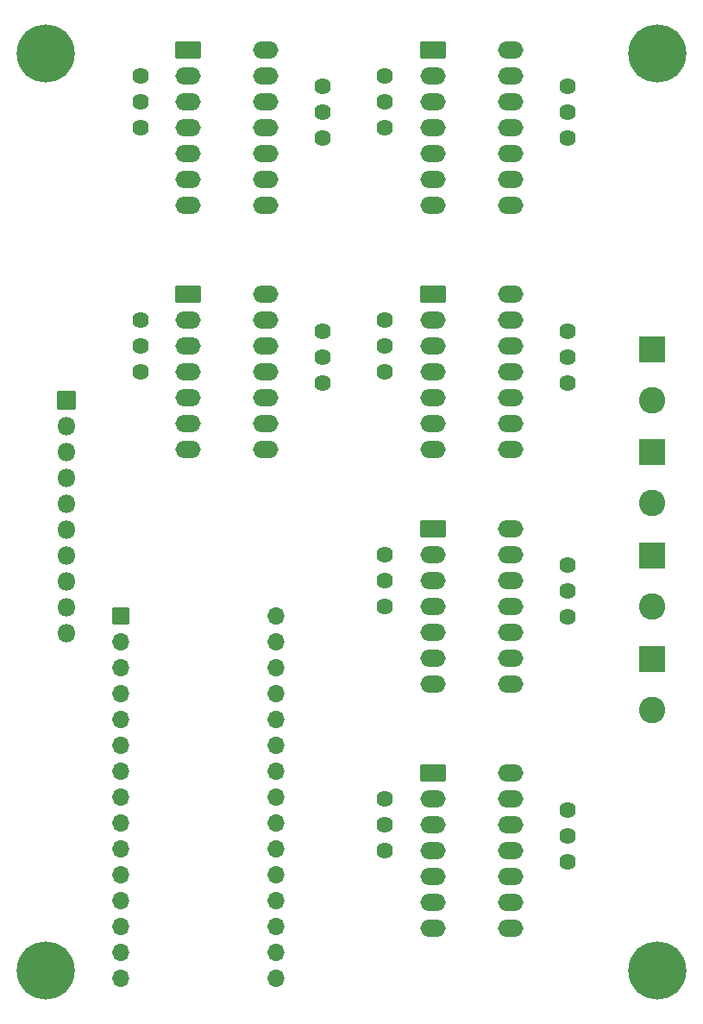
<source format=gbr>
%TF.GenerationSoftware,KiCad,Pcbnew,(6.0.4)*%
%TF.CreationDate,2023-07-24T12:45:13-04:00*%
%TF.ProjectId,BREAD_Slice,42524541-445f-4536-9c69-63652e6b6963,rev?*%
%TF.SameCoordinates,PX74eba40PY8552dc0*%
%TF.FileFunction,Soldermask,Top*%
%TF.FilePolarity,Negative*%
%FSLAX46Y46*%
G04 Gerber Fmt 4.6, Leading zero omitted, Abs format (unit mm)*
G04 Created by KiCad (PCBNEW (6.0.4)) date 2023-07-24 12:45:13*
%MOMM*%
%LPD*%
G01*
G04 APERTURE LIST*
G04 Aperture macros list*
%AMRoundRect*
0 Rectangle with rounded corners*
0 $1 Rounding radius*
0 $2 $3 $4 $5 $6 $7 $8 $9 X,Y pos of 4 corners*
0 Add a 4 corners polygon primitive as box body*
4,1,4,$2,$3,$4,$5,$6,$7,$8,$9,$2,$3,0*
0 Add four circle primitives for the rounded corners*
1,1,$1+$1,$2,$3*
1,1,$1+$1,$4,$5*
1,1,$1+$1,$6,$7*
1,1,$1+$1,$8,$9*
0 Add four rect primitives between the rounded corners*
20,1,$1+$1,$2,$3,$4,$5,0*
20,1,$1+$1,$4,$5,$6,$7,0*
20,1,$1+$1,$6,$7,$8,$9,0*
20,1,$1+$1,$8,$9,$2,$3,0*%
G04 Aperture macros list end*
%ADD10C,5.700000*%
%ADD11RoundRect,0.050000X-0.800000X-0.800000X0.800000X-0.800000X0.800000X0.800000X-0.800000X0.800000X0*%
%ADD12O,1.700000X1.700000*%
%ADD13RoundRect,0.050000X-0.850000X-0.850000X0.850000X-0.850000X0.850000X0.850000X-0.850000X0.850000X0*%
%ADD14O,1.800000X1.800000*%
%ADD15RoundRect,0.050000X-1.250000X1.250000X-1.250000X-1.250000X1.250000X-1.250000X1.250000X1.250000X0*%
%ADD16C,2.600000*%
%ADD17C,1.624000*%
%ADD18RoundRect,0.050000X-1.200000X-0.800000X1.200000X-0.800000X1.200000X0.800000X-1.200000X0.800000X0*%
%ADD19O,2.500000X1.700000*%
G04 APERTURE END LIST*
D10*
%TO.C,H1*%
X5000000Y95000000D03*
%TD*%
%TO.C,H2*%
X65000000Y95000000D03*
%TD*%
%TO.C,H3*%
X5000000Y5000000D03*
%TD*%
%TO.C,H4*%
X65000000Y5000000D03*
%TD*%
D11*
%TO.C,A1*%
X12400000Y39800000D03*
D12*
X12400000Y37260000D03*
X12400000Y34720000D03*
X12400000Y32180000D03*
X12400000Y29640000D03*
X12400000Y27100000D03*
X12400000Y24560000D03*
X12400000Y22020000D03*
X12400000Y19480000D03*
X12400000Y16940000D03*
X12400000Y14400000D03*
X12400000Y11860000D03*
X12400000Y9320000D03*
X12400000Y6780000D03*
X12400000Y4240000D03*
X27640000Y4240000D03*
X27640000Y6780000D03*
X27640000Y9320000D03*
X27640000Y11860000D03*
X27640000Y14400000D03*
X27640000Y16940000D03*
X27640000Y19480000D03*
X27640000Y22020000D03*
X27640000Y24560000D03*
X27640000Y27100000D03*
X27640000Y29640000D03*
X27640000Y32180000D03*
X27640000Y34720000D03*
X27640000Y37260000D03*
X27640000Y39800000D03*
%TD*%
D13*
%TO.C,J1*%
X7000000Y61000000D03*
D14*
X7000000Y58460000D03*
X7000000Y55920000D03*
X7000000Y53380000D03*
X7000000Y50840000D03*
X7000000Y48300000D03*
X7000000Y45760000D03*
X7000000Y43220000D03*
X7000000Y40680000D03*
X7000000Y38140000D03*
%TD*%
D15*
%TO.C,J2*%
X64500000Y65960000D03*
D16*
X64500000Y60960000D03*
%TD*%
D15*
%TO.C,J3*%
X64500000Y55880000D03*
D16*
X64500000Y50880000D03*
%TD*%
D15*
%TO.C,J4*%
X64500000Y45720000D03*
D16*
X64500000Y40720000D03*
%TD*%
D15*
%TO.C,J5*%
X64500000Y35560000D03*
D16*
X64500000Y30560000D03*
%TD*%
D17*
%TO.C,RV1*%
X14300000Y87740000D03*
X14300000Y90280000D03*
X14300000Y92820000D03*
%TD*%
%TO.C,RV7*%
X32210000Y86700000D03*
X32210000Y89240000D03*
X32210000Y91780000D03*
%TD*%
D18*
%TO.C,U1*%
X19000000Y95360000D03*
D19*
X19000000Y92820000D03*
X19000000Y90280000D03*
X19000000Y87740000D03*
X19000000Y85200000D03*
X19000000Y82660000D03*
X19000000Y80120000D03*
X26620000Y80120000D03*
X26620000Y82660000D03*
X26620000Y85200000D03*
X26620000Y87740000D03*
X26620000Y90280000D03*
X26620000Y92820000D03*
X26620000Y95360000D03*
%TD*%
D17*
%TO.C,RV2*%
X38300000Y87740000D03*
X38300000Y90280000D03*
X38300000Y92820000D03*
%TD*%
%TO.C,RV8*%
X56210000Y86700000D03*
X56210000Y89240000D03*
X56210000Y91780000D03*
%TD*%
D18*
%TO.C,U2*%
X43000000Y95360000D03*
D19*
X43000000Y92820000D03*
X43000000Y90280000D03*
X43000000Y87740000D03*
X43000000Y85200000D03*
X43000000Y82660000D03*
X43000000Y80120000D03*
X50620000Y80120000D03*
X50620000Y82660000D03*
X50620000Y85200000D03*
X50620000Y87740000D03*
X50620000Y90280000D03*
X50620000Y92820000D03*
X50620000Y95360000D03*
%TD*%
D17*
%TO.C,RV3*%
X14300000Y63740000D03*
X14300000Y66280000D03*
X14300000Y68820000D03*
%TD*%
%TO.C,RV9*%
X32210000Y62700000D03*
X32210000Y65240000D03*
X32210000Y67780000D03*
%TD*%
D18*
%TO.C,U3*%
X19000000Y71360000D03*
D19*
X19000000Y68820000D03*
X19000000Y66280000D03*
X19000000Y63740000D03*
X19000000Y61200000D03*
X19000000Y58660000D03*
X19000000Y56120000D03*
X26620000Y56120000D03*
X26620000Y58660000D03*
X26620000Y61200000D03*
X26620000Y63740000D03*
X26620000Y66280000D03*
X26620000Y68820000D03*
X26620000Y71360000D03*
%TD*%
D17*
%TO.C,RV4*%
X38300000Y63740000D03*
X38300000Y66280000D03*
X38300000Y68820000D03*
%TD*%
%TO.C,RV10*%
X56210000Y62700000D03*
X56210000Y65240000D03*
X56210000Y67780000D03*
%TD*%
D18*
%TO.C,U4*%
X43000000Y71360000D03*
D19*
X43000000Y68820000D03*
X43000000Y66280000D03*
X43000000Y63740000D03*
X43000000Y61200000D03*
X43000000Y58660000D03*
X43000000Y56120000D03*
X50620000Y56120000D03*
X50620000Y58660000D03*
X50620000Y61200000D03*
X50620000Y63740000D03*
X50620000Y66280000D03*
X50620000Y68820000D03*
X50620000Y71360000D03*
%TD*%
D17*
%TO.C,RV5*%
X38300000Y40740000D03*
X38300000Y43280000D03*
X38300000Y45820000D03*
%TD*%
%TO.C,RV11*%
X56210000Y39700000D03*
X56210000Y42240000D03*
X56210000Y44780000D03*
%TD*%
D18*
%TO.C,U5*%
X43000000Y48360000D03*
D19*
X43000000Y45820000D03*
X43000000Y43280000D03*
X43000000Y40740000D03*
X43000000Y38200000D03*
X43000000Y35660000D03*
X43000000Y33120000D03*
X50620000Y33120000D03*
X50620000Y35660000D03*
X50620000Y38200000D03*
X50620000Y40740000D03*
X50620000Y43280000D03*
X50620000Y45820000D03*
X50620000Y48360000D03*
%TD*%
D17*
%TO.C,RV6*%
X38300000Y16740000D03*
X38300000Y19280000D03*
X38300000Y21820000D03*
%TD*%
%TO.C,RV12*%
X56210000Y15700000D03*
X56210000Y18240000D03*
X56210000Y20780000D03*
%TD*%
D18*
%TO.C,U6*%
X43000000Y24360000D03*
D19*
X43000000Y21820000D03*
X43000000Y19280000D03*
X43000000Y16740000D03*
X43000000Y14200000D03*
X43000000Y11660000D03*
X43000000Y9120000D03*
X50620000Y9120000D03*
X50620000Y11660000D03*
X50620000Y14200000D03*
X50620000Y16740000D03*
X50620000Y19280000D03*
X50620000Y21820000D03*
X50620000Y24360000D03*
%TD*%
M02*

</source>
